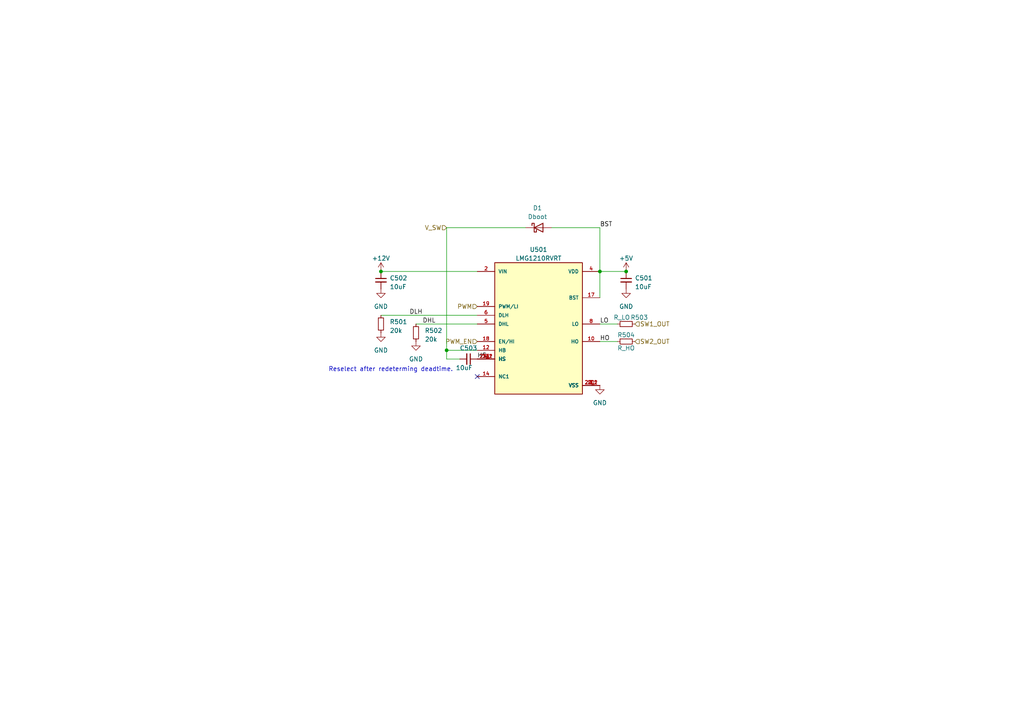
<source format=kicad_sch>
(kicad_sch (version 20230121) (generator eeschema)
  (paper "A4")
  (title_block (title "MPPT") (date "2023-01-30") (rev "v0.0.0") (comment 1 "Nishant Gupta") (comment 2 "Jacob Pustilnik"))
  (lib_symbols
    (symbol "Device:C_Small" (pin_numbers hide) (pin_names (offset 0.254) hide)
      (property "Reference" "C" (at 0.254 1.778 0))
      (property "Value" "C_Small" (at 0.254 -2.032 0))
      (symbol "C_Small_0_1"
        (polyline (pts (xy -1.524 -0.508) (xy 1.524 -0.508)) (stroke (width 0.3302)))
        (polyline (pts (xy -1.524 0.508) (xy 1.524 0.508)) (stroke (width 0.3048)))
      )
      (symbol "C_Small_1_1"
        (pin passive line (at 0 2.54 270) (length 2.032) (name "~") (number "1"))
        (pin passive line (at 0 -2.54 90) (length 2.032) (name "~") (number "2"))
      )
    )
    (symbol "Device:D_Schottky" (pin_numbers hide) (pin_names (offset 1.016) hide)
      (property "Reference" "D" (at 0 2.54 0))
      (property "Value" "D_Schottky" (at 0 -2.54 0))
      (symbol "D_Schottky_0_1"
        (polyline (pts (xy 1.27 0) (xy -1.27 0)))
        (polyline (pts (xy 1.27 1.27) (xy 1.27 -1.27) (xy -1.27 0) (xy 1.27 1.27)) (stroke (width 0.254)))
        (polyline (pts (xy -1.905 0.635) (xy -1.905 1.27) (xy -1.27 1.27) (xy -1.27 -1.27) (xy -0.635 -1.27) (xy -0.635 -0.635)) (stroke (width 0.254)))
      )
      (symbol "D_Schottky_1_1"
        (pin passive line (at -3.81 0 0) (length 2.54) (name "K") (number "1"))
        (pin passive line (at 3.81 0 180) (length 2.54) (name "A") (number "2"))
      )
    )
    (symbol "Device:R_Small" (pin_numbers hide) (pin_names (offset 0.254) hide)
      (property "Reference" "R" (at 0.762 0.508 0))
      (property "Value" "R_Small" (at 0.762 -1.016 0))
      (symbol "R_Small_0_1"
        (rectangle (start -0.762 1.778) (end 0.762 -1.778) (stroke (width 0.2032)))
      )
      (symbol "R_Small_1_1"
        (pin passive line (at 0 2.54 270) (length 0.762) (name "~") (number "1"))
        (pin passive line (at 0 -2.54 90) (length 0.762) (name "~") (number "2"))
      )
    )
    (symbol "LMG1210RVRT:LMG1210RVRT" (pin_names (offset 1.016))
      (property "Reference" "U501" (at 0 24.13 0))
      (property "Value" "LMG1210RVRT" (at 0 21.59 0))
      (symbol "LMG1210RVRT_0_0"
        (rectangle (start -12.7 -17.78) (end 12.7 20.32) (stroke (width 0.254)) (fill (type background)))
        (pin output line (at 17.78 -2.54 180) (length 5.08) (name "HO") (number "10"))
        (pin input line (at -17.78 -5.08 0) (length 5.08) (name "HB") (number "12"))
        (pin input line (at -17.78 -7.62 0) (length 5.08) (name "HS") (number "13"))
        (pin passive line (at -17.78 -12.7 0) (length 5.08) (name "NC1") (number "14"))
        (pin input line (at -17.78 -7.62 0) (length 5.08) (name "HS") (number "16"))
        (pin power_in line (at 17.78 10.16 180) (length 5.08) (name "BST") (number "17"))
        (pin input line (at -17.78 -2.54 0) (length 5.08) (name "EN/HI") (number "18"))
        (pin input line (at -17.78 7.62 0) (length 5.08) (name "PWM/LI") (number "19"))
        (pin input line (at -17.78 17.78 0) (length 5.08) (name "VIN") (number "2"))
        (pin power_in line (at 17.78 -15.24 180) (length 5.08) (name "VSS") (number "20"))
        (pin power_in line (at 17.78 -15.24 180) (length 5.08) (name "VSS") (number "20_1"))
        (pin power_in line (at 17.78 -15.24 180) (length 5.08) (name "VSS") (number "20_2"))
        (pin input line (at -17.78 -7.62 0) (length 5.08) (name "HS") (number "21"))
        (pin input line (at -17.78 -7.62 0) (length 5.08) (name "HS") (number "21_1"))
        (pin input line (at -17.78 -7.62 0) (length 5.08) (name "HS") (number "21_2"))
        (pin power_in line (at 17.78 -15.24 180) (length 5.08) (name "VSS") (number "3"))
        (pin power_in line (at 17.78 17.78 180) (length 5.08) (name "VDD") (number "4"))
        (pin input line (at -17.78 2.54 0) (length 5.08) (name "DHL") (number "5"))
        (pin input line (at -17.78 5.08 0) (length 5.08) (name "DLH") (number "6"))
        (pin power_in line (at 17.78 -15.24 180) (length 5.08) (name "VSS") (number "7"))
        (pin output line (at 17.78 2.54 180) (length 5.08) (name "LO") (number "8"))
        (pin input line (at -17.78 -7.62 0) (length 5.08) (name "HS") (number "9"))
      )
    )
    (symbol "power:+12V" (power) (pin_names (offset 0))
      (property "Value" "+12V" (at 0 3.556 0))
      (symbol "+12V_0_1"
        (polyline (pts (xy -0.762 1.27) (xy 0 2.54)))
        (polyline (pts (xy 0 0) (xy 0 2.54)))
        (polyline (pts (xy 0 2.54) (xy 0.762 1.27)))
      )
      (symbol "+12V_1_1"
        (pin power_in line (at 0 0 90) (length 0) hide (name "+12V") (number "1"))
      )
    )
    (symbol "power:+5V" (power) (pin_names (offset 0))
      (property "Value" "+5V" (at 0 3.556 0))
      (symbol "+5V_0_1"
        (polyline (pts (xy -0.762 1.27) (xy 0 2.54)))
        (polyline (pts (xy 0 0) (xy 0 2.54)))
        (polyline (pts (xy 0 2.54) (xy 0.762 1.27)))
      )
      (symbol "+5V_1_1"
        (pin power_in line (at 0 0 90) (length 0) hide (name "+5V") (number "1"))
      )
    )
    (symbol "power:GND" (power) (pin_names (offset 0))
      (property "Value" "GND" (at 0 -3.81 0))
      (symbol "GND_0_1"
        (polyline (pts (xy 0 0) (xy 0 -1.27) (xy 1.27 -1.27) (xy 0 -2.54) (xy -1.27 -1.27) (xy 0 -1.27)))
      )
      (symbol "GND_1_1"
        (pin power_in line (at 0 0 270) (length 0) hide (name "GND") (number "1"))
      )
    )
  )
  (junction (at 129.54 101.6))
  (junction (at 173.99 78.74))
  (junction (at 181.61 78.74))
  (junction (at 110.49 78.74))
  (no_connect (at 138.43 109.22))
  (wire (pts (xy 173.99 99.06) (xy 179.07 99.06)))
  (wire (pts (xy 173.99 78.74) (xy 173.99 86.36)))
  (wire (pts (xy 129.54 66.04) (xy 129.54 101.6)))
  (wire (pts (xy 129.54 101.6) (xy 138.43 101.6)))
  (wire (pts (xy 173.99 78.74) (xy 181.61 78.74)))
  (wire (pts (xy 129.54 66.04) (xy 152.4 66.04)))
  (wire (pts (xy 160.02 66.04) (xy 173.99 66.04)))
  (wire (pts (xy 129.54 101.6) (xy 129.54 104.14)))
  (wire (pts (xy 173.99 93.98) (xy 179.07 93.98)))
  (wire (pts (xy 129.54 104.14) (xy 133.35 104.14)))
  (wire (pts (xy 173.99 66.04) (xy 173.99 78.74)))
  (wire (pts (xy 120.65 93.98) (xy 138.43 93.98)))
  (wire (pts (xy 110.49 78.74) (xy 138.43 78.74)))
  (wire (pts (xy 110.49 91.44) (xy 138.43 91.44)))
  (text "Reselect after redeterming deadtime." (at 95.25 107.95 0) (effects (font (size 1.27 1.27)) (justify left bottom)))
  (label "DHL" (at 122.555 93.98 0))
  (label "HO" (at 173.99 99.06 0))
  (label "HS" (at 138.43 104.14 0))
  (label "BST" (at 173.99 66.04 0))
  (label "DLH" (at 118.745 91.44 0))
  (label "LO" (at 173.99 93.98 0))
  (hierarchical_label "SW2_OUT" (shape input) (at 184.15 99.06 0))
  (hierarchical_label "V_SW" (shape input) (at 129.54 66.04 180))
  (hierarchical_label "PWM_EN" (shape input) (at 138.43 99.06 180))
  (hierarchical_label "PWM" (shape input) (at 138.43 88.9 180))
  (hierarchical_label "SW1_OUT" (shape input) (at 184.15 93.98 0))
  (symbol (lib_id "Device:R_Small") (at 181.61 99.06 90) (unit 1)
    (property "Reference" "R504" (at 181.61 97.155 90))
    (property "Value" "R_HO" (at 181.61 100.965 90))
    (property "Footprint" "Resistor_SMD:R_0402_1005Metric" (effects hide))
  )
  (symbol (lib_id "Device:C_Small") (at 181.61 81.28 0) (unit 1)
    (property "Reference" "C501" (at 184.15 80.6513 0) (effects (justify left)))
    (property "Value" "10uF" (at 184.15 83.1913 0) (effects (justify left)))
    (property "Footprint" "Capacitor_SMD:C_0402_1005Metric" (effects hide))
    (property "Mfr PN" "GRM158R61A226ME15D" (effects hide))
    (property "Projected Cost" "0.48" (effects hide))
    (property "In Stock?" "Y" (effects hide))
  )
  (symbol (lib_id "power:GND") (at 110.49 96.52 0) (unit 1)
    (property "Reference" "#PWR0506" (effects hide))
    (property "Value" "GND" (at 110.49 101.6 0))
  )
  (symbol (lib_id "power:GND") (at 181.61 83.82 0) (unit 1)
    (property "Reference" "#PWR0502" (effects hide))
    (property "Value" "GND" (at 181.61 88.9 0))
  )
  (symbol (lib_id "Device:R_Small") (at 181.61 93.98 90) (unit 1)
    (property "Reference" "R503" (at 185.42 92.075 90))
    (property "Value" "R_LO" (at 180.34 92.075 90))
    (property "Footprint" "Resistor_SMD:R_0402_1005Metric" (effects hide))
  )
  (symbol (lib_id "Device:D_Schottky") (at 156.21 66.04 0) (unit 1)
    (property "Reference" "D1" (at 155.8925 60.325 0))
    (property "Value" "Dboot" (at 155.8925 62.865 0))
    (property "Footprint" "Diode_SMD:D_SOD-323" (effects hide))
    (property "Mfg PN" "BAS3010A03WE6327HTSA1" (effects hide))
    (property "Projected Cost" "0.51" (effects hide))
    (property "In Stock?" "Y" (effects hide))
  )
  (symbol (lib_id "power:+5V") (at 181.61 78.74 0) (unit 1)
    (property "Reference" "#PWR0501" (effects hide))
    (property "Value" "+5V" (at 181.61 74.93 0))
  )
  (symbol (lib_id "Device:C_Small") (at 135.89 104.14 270) (unit 1)
    (property "Reference" "C503" (at 135.89 100.965 90))
    (property "Value" "10uF" (at 134.62 106.68 90))
    (property "Footprint" "Capacitor_SMD:C_0402_1005Metric" (effects hide))
    (property "Mfr PN" "GRM158R61A226ME15D" (effects hide))
    (property "Projected Cost" "0.48" (effects hide))
    (property "In Stock?" "Y" (effects hide))
  )
  (symbol (lib_id "Device:C_Small") (at 110.49 81.28 0) (unit 1)
    (property "Reference" "C502" (at 113.03 80.6513 0) (effects (justify left)))
    (property "Value" "10uF" (at 113.03 83.1913 0) (effects (justify left)))
    (property "Footprint" "Capacitor_SMD:C_0603_1608Metric" (effects hide))
    (property "Mfg PN" "CL10A226MO7JZNC" (effects hide))
    (property "Projected Cost" "0.61" (effects hide))
    (property "In Stock?" "Y" (effects hide))
  )
  (symbol (lib_id "power:GND") (at 110.49 83.82 0) (unit 1)
    (property "Reference" "#PWR0505" (effects hide))
    (property "Value" "GND" (at 110.49 88.9 0))
  )
  (symbol (lib_id "power:+12V") (at 110.49 78.74 0) (unit 1)
    (property "Reference" "#PWR0504" (effects hide))
    (property "Value" "+12V" (at 110.49 74.93 0))
  )
  (symbol (lib_id "Device:R_Small") (at 120.65 96.52 0) (unit 1)
    (property "Reference" "R502" (at 123.19 95.885 0) (effects (justify left)))
    (property "Value" "20k" (at 123.19 98.425 0) (effects (justify left)))
    (property "Footprint" "Resistor_SMD:R_0402_1005Metric" (effects hide))
  )
  (symbol (lib_id "power:GND") (at 173.99 111.76 0) (unit 1)
    (property "Reference" "#PWR0503" (effects hide))
    (property "Value" "GND" (at 173.99 116.84 0))
  )
  (symbol (lib_id "LMG1210RVRT:LMG1210RVRT") (at 156.21 96.52 0) (unit 1)
    (property "Reference" "U501" (at 156.21 72.39 0))
    (property "Value" "LMG1210RVRT" (at 156.21 74.93 0))
    (property "Footprint" "IC_LMG1210RVRT" (effects hide))
    (property "Datasheet" "https://www.ti.com/lit/ds/symlink/lmg1210.pdf?HQS=dis-dk-null-digikeymode-dsf-pf-null-wwe&ts=1677445645566&ref_url=https%253A%252F%252Fwww.ti.com%252Fgeneral%252Fdocs%252Fsuppproductinfo.tsp%253FdistId%253D10%2526gotoUrl%253Dhttps%253A%252F%252Fwww.ti.com%252Flit%252Fgpn%252Flmg1210" (effects hide))
    (property "STANDARD" "Manufacturer Recommendations" (effects hide))
    (property "MAXIMUM_PACKAGE_HEIGHT" "0.8mm" (effects hide))
    (property "PARTREV" "D" (effects hide))
    (property "MANUFACTURER" "Texas Instruments" (effects hide))
    (property "Projected Cost" "4.10" (effects hide))
    (property "In Stock?" "Y" (effects hide))
  )
  (symbol (lib_id "Device:R_Small") (at 110.49 93.98 0) (unit 1)
    (property "Reference" "R501" (at 113.03 93.345 0) (effects (justify left)))
    (property "Value" "20k" (at 113.03 95.885 0) (effects (justify left)))
    (property "Footprint" "Resistor_SMD:R_0402_1005Metric" (effects hide))
  )
  (symbol (lib_id "power:GND") (at 120.65 99.06 0) (unit 1)
    (property "Reference" "#PWR0507" (effects hide))
    (property "Value" "GND" (at 120.65 104.14 0))
  )
)
</source>
